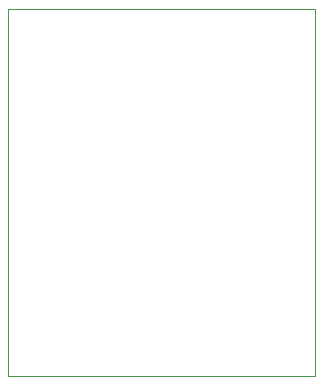
<source format=gbr>
%TF.GenerationSoftware,KiCad,Pcbnew,(5.1.6)-1*%
%TF.CreationDate,2020-09-22T22:17:54+03:00*%
%TF.ProjectId,Tape devboard,54617065-2064-4657-9662-6f6172642e6b,rev?*%
%TF.SameCoordinates,Original*%
%TF.FileFunction,Profile,NP*%
%FSLAX46Y46*%
G04 Gerber Fmt 4.6, Leading zero omitted, Abs format (unit mm)*
G04 Created by KiCad (PCBNEW (5.1.6)-1) date 2020-09-22 22:17:54*
%MOMM*%
%LPD*%
G01*
G04 APERTURE LIST*
%TA.AperFunction,Profile*%
%ADD10C,0.050000*%
%TD*%
G04 APERTURE END LIST*
D10*
X144000000Y-69000000D02*
X144000000Y-100000000D01*
X118000000Y-69000000D02*
X144000000Y-69000000D01*
X118000000Y-100000000D02*
X118000000Y-69000000D01*
X144000000Y-100000000D02*
X118000000Y-100000000D01*
M02*

</source>
